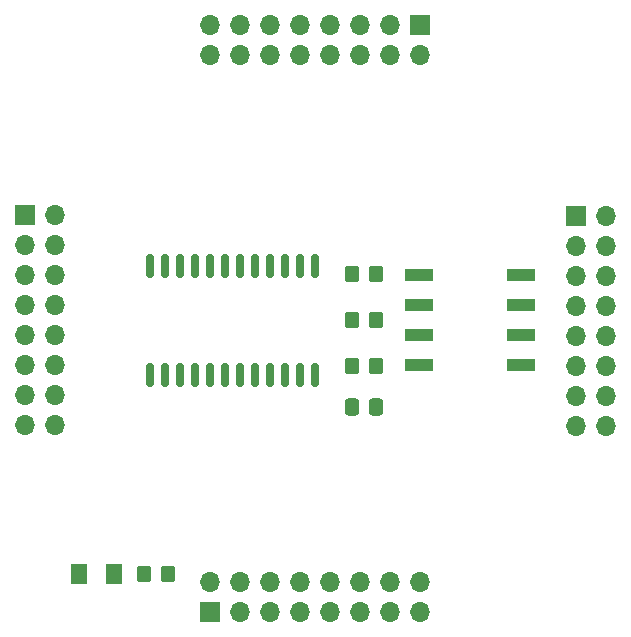
<source format=gbr>
%TF.GenerationSoftware,KiCad,Pcbnew,6.0.7+dfsg-1~bpo11+1*%
%TF.CreationDate,2022-10-12T23:47:36+02:00*%
%TF.ProjectId,vertExpIO_00,76657274-4578-4704-994f-5f30302e6b69,rev?*%
%TF.SameCoordinates,Original*%
%TF.FileFunction,Soldermask,Top*%
%TF.FilePolarity,Negative*%
%FSLAX46Y46*%
G04 Gerber Fmt 4.6, Leading zero omitted, Abs format (unit mm)*
G04 Created by KiCad (PCBNEW 6.0.7+dfsg-1~bpo11+1) date 2022-10-12 23:47:36*
%MOMM*%
%LPD*%
G01*
G04 APERTURE LIST*
G04 Aperture macros list*
%AMRoundRect*
0 Rectangle with rounded corners*
0 $1 Rounding radius*
0 $2 $3 $4 $5 $6 $7 $8 $9 X,Y pos of 4 corners*
0 Add a 4 corners polygon primitive as box body*
4,1,4,$2,$3,$4,$5,$6,$7,$8,$9,$2,$3,0*
0 Add four circle primitives for the rounded corners*
1,1,$1+$1,$2,$3*
1,1,$1+$1,$4,$5*
1,1,$1+$1,$6,$7*
1,1,$1+$1,$8,$9*
0 Add four rect primitives between the rounded corners*
20,1,$1+$1,$2,$3,$4,$5,0*
20,1,$1+$1,$4,$5,$6,$7,0*
20,1,$1+$1,$6,$7,$8,$9,0*
20,1,$1+$1,$8,$9,$2,$3,0*%
G04 Aperture macros list end*
%ADD10R,1.700000X1.700000*%
%ADD11O,1.700000X1.700000*%
%ADD12RoundRect,0.250000X-0.350000X-0.450000X0.350000X-0.450000X0.350000X0.450000X-0.350000X0.450000X0*%
%ADD13RoundRect,0.150000X-0.150000X0.875000X-0.150000X-0.875000X0.150000X-0.875000X0.150000X0.875000X0*%
%ADD14RoundRect,0.250000X0.350000X0.450000X-0.350000X0.450000X-0.350000X-0.450000X0.350000X-0.450000X0*%
%ADD15R,2.440000X1.120000*%
%ADD16RoundRect,0.250001X-0.462499X-0.624999X0.462499X-0.624999X0.462499X0.624999X-0.462499X0.624999X0*%
%ADD17RoundRect,0.250000X-0.337500X-0.475000X0.337500X-0.475000X0.337500X0.475000X-0.337500X0.475000X0*%
G04 APERTURE END LIST*
D10*
%TO.C,J3*%
X169072500Y-91865000D03*
D11*
X171612500Y-91865000D03*
X169072500Y-94405000D03*
X171612500Y-94405000D03*
X169072500Y-96945000D03*
X171612500Y-96945000D03*
X169072500Y-99485000D03*
X171612500Y-99485000D03*
X169072500Y-102025000D03*
X171612500Y-102025000D03*
X169072500Y-104565000D03*
X171612500Y-104565000D03*
X169072500Y-107105000D03*
X171612500Y-107105000D03*
X169072500Y-109645000D03*
X171612500Y-109645000D03*
%TD*%
D12*
%TO.C,R2*%
X150127500Y-100730000D03*
X152127500Y-100730000D03*
%TD*%
D13*
%TO.C,U1*%
X146962500Y-96080000D03*
X145692500Y-96080000D03*
X144422500Y-96080000D03*
X143152500Y-96080000D03*
X141882500Y-96080000D03*
X140612500Y-96080000D03*
X139342500Y-96080000D03*
X138072500Y-96080000D03*
X136802500Y-96080000D03*
X135532500Y-96080000D03*
X134262500Y-96080000D03*
X132992500Y-96080000D03*
X132992500Y-105380000D03*
X134262500Y-105380000D03*
X135532500Y-105380000D03*
X136802500Y-105380000D03*
X138072500Y-105380000D03*
X139342500Y-105380000D03*
X140612500Y-105380000D03*
X141882500Y-105380000D03*
X143152500Y-105380000D03*
X144422500Y-105380000D03*
X145692500Y-105380000D03*
X146962500Y-105380000D03*
%TD*%
D10*
%TO.C,J4*%
X122417500Y-91820000D03*
D11*
X124957500Y-91820000D03*
X122417500Y-94360000D03*
X124957500Y-94360000D03*
X122417500Y-96900000D03*
X124957500Y-96900000D03*
X122417500Y-99440000D03*
X124957500Y-99440000D03*
X122417500Y-101980000D03*
X124957500Y-101980000D03*
X122417500Y-104520000D03*
X124957500Y-104520000D03*
X122417500Y-107060000D03*
X124957500Y-107060000D03*
X122417500Y-109600000D03*
X124957500Y-109600000D03*
%TD*%
D12*
%TO.C,R3*%
X150127500Y-96830000D03*
X152127500Y-96830000D03*
%TD*%
D14*
%TO.C,R4*%
X134477500Y-122230000D03*
X132477500Y-122230000D03*
%TD*%
D12*
%TO.C,R1*%
X150127500Y-104580000D03*
X152127500Y-104580000D03*
%TD*%
D15*
%TO.C,SW1*%
X155772500Y-96920000D03*
X155772500Y-99460000D03*
X155772500Y-102000000D03*
X155772500Y-104540000D03*
X164382500Y-104540000D03*
X164382500Y-102000000D03*
X164382500Y-99460000D03*
X164382500Y-96920000D03*
%TD*%
D10*
%TO.C,J1*%
X155852500Y-75730000D03*
D11*
X155852500Y-78270000D03*
X153312500Y-75730000D03*
X153312500Y-78270000D03*
X150772500Y-75730000D03*
X150772500Y-78270000D03*
X148232500Y-75730000D03*
X148232500Y-78270000D03*
X145692500Y-75730000D03*
X145692500Y-78270000D03*
X143152500Y-75730000D03*
X143152500Y-78270000D03*
X140612500Y-75730000D03*
X140612500Y-78270000D03*
X138072500Y-75730000D03*
X138072500Y-78270000D03*
%TD*%
D10*
%TO.C,J2*%
X138072500Y-125395000D03*
D11*
X138072500Y-122855000D03*
X140612500Y-125395000D03*
X140612500Y-122855000D03*
X143152500Y-125395000D03*
X143152500Y-122855000D03*
X145692500Y-125395000D03*
X145692500Y-122855000D03*
X148232500Y-125395000D03*
X148232500Y-122855000D03*
X150772500Y-125395000D03*
X150772500Y-122855000D03*
X153312500Y-125395000D03*
X153312500Y-122855000D03*
X155852500Y-125395000D03*
X155852500Y-122855000D03*
%TD*%
D16*
%TO.C,D1*%
X126990000Y-122230000D03*
X129965000Y-122230000D03*
%TD*%
D17*
%TO.C,C1*%
X150082500Y-108070000D03*
X152157500Y-108070000D03*
%TD*%
M02*

</source>
